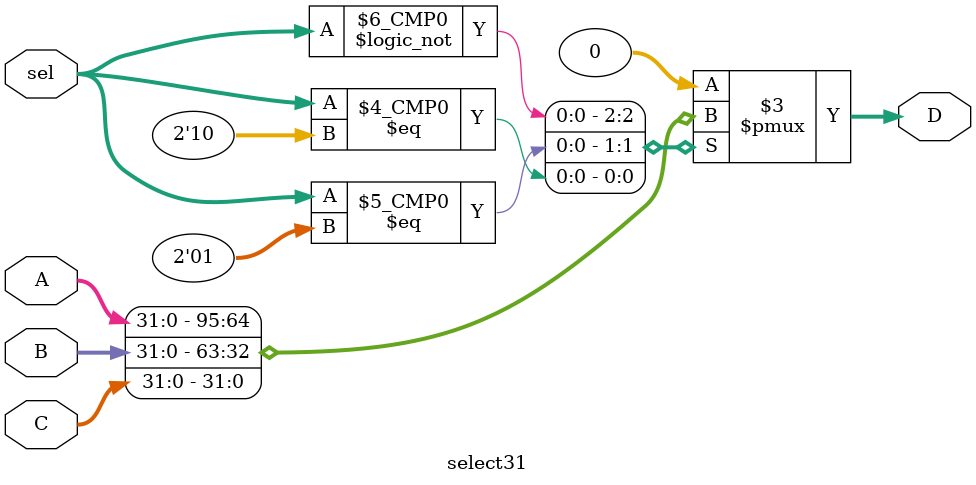
<source format=v>
`timescale 1ns / 1ps

module select31(
    input [31:0] A,
    input [31:0] B,
    input [31:0]  C,
    input [1:0] sel,
    output reg [31:0] D
    );
    always@(*)
        case(sel)
        2'b00: D = A;
        2'b01: D = B;
        2'b10: D = C;
        default:D = 0;
        endcase
endmodule

</source>
